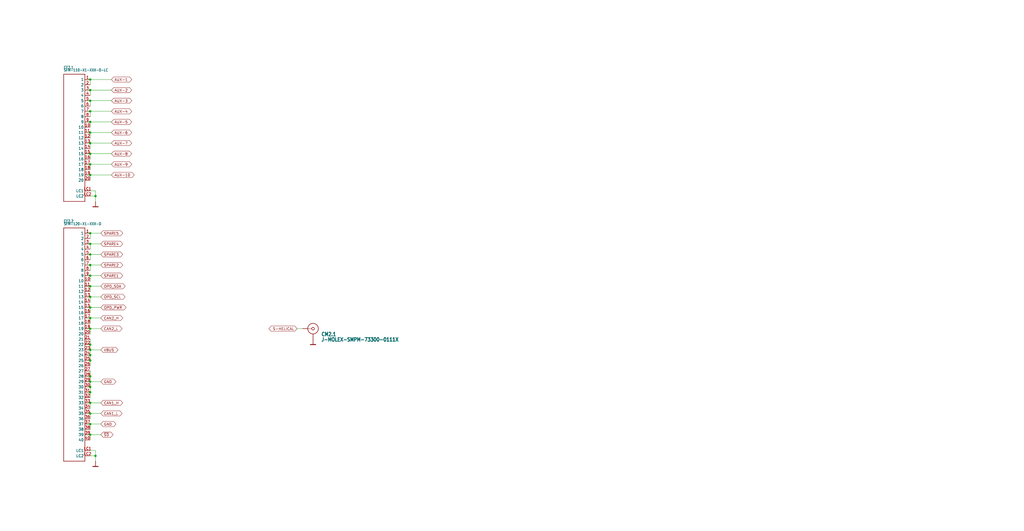
<source format=kicad_sch>
(kicad_sch (version 20211123) (generator eeschema)
  (paper "User" 490.22 254.406)
  (lib_symbols
    (symbol "oresat-backplane-2u-eagle-import:GND" (power)
      (symbol "GND_1_0"
        (polyline (pts (xy -1.27 -2.54) (xy 1.27 -2.54)) (stroke (width 0.4064)))
        (pin power_in line (at 0 0 270) (length 2.54) (name "GND") (number "1"))
      )
    )
    (symbol "oresat-backplane-2u-eagle-import:SFM-110-X1-XXX-D-LC"
      (property "Reference" "CF" (at -2.54 33.02 0))
      (property "Value" "SFM-110-X1-XXX-D-LC" (at -2.54 31.75 0))
      (symbol "SFM-110-X1-XXX-D-LC_1_0"
        (polyline (pts (xy -2.54 -30.48) (xy -2.54 30.48)) (stroke (width 0.254)))
        (polyline (pts (xy -2.54 30.48) (xy 7.62 30.48)) (stroke (width 0.254)))
        (polyline (pts (xy 7.62 -30.48) (xy -2.54 -30.48)) (stroke (width 0.254)))
        (polyline (pts (xy 7.62 30.48) (xy 7.62 -30.48)) (stroke (width 0.254)))
        (pin passive line (at 10.16 27.94 180) (length 2.54) (name "1") (number "1"))
        (pin passive line (at 10.16 5.08 180) (length 2.54) (name "10") (number "10"))
        (pin passive line (at 10.16 2.54 180) (length 2.54) (name "11") (number "11"))
        (pin passive line (at 10.16 0 180) (length 2.54) (name "12") (number "12"))
        (pin passive line (at 10.16 -2.54 180) (length 2.54) (name "13") (number "13"))
        (pin passive line (at 10.16 -5.08 180) (length 2.54) (name "14") (number "14"))
        (pin passive line (at 10.16 -7.62 180) (length 2.54) (name "15") (number "15"))
        (pin passive line (at 10.16 -10.16 180) (length 2.54) (name "16") (number "16"))
        (pin passive line (at 10.16 -12.7 180) (length 2.54) (name "17") (number "17"))
        (pin passive line (at 10.16 -15.24 180) (length 2.54) (name "18") (number "18"))
        (pin passive line (at 10.16 -17.78 180) (length 2.54) (name "19") (number "19"))
        (pin passive line (at 10.16 25.4 180) (length 2.54) (name "2") (number "2"))
        (pin passive line (at 10.16 -20.32 180) (length 2.54) (name "20") (number "20"))
        (pin passive line (at 10.16 22.86 180) (length 2.54) (name "3") (number "3"))
        (pin passive line (at 10.16 20.32 180) (length 2.54) (name "4") (number "4"))
        (pin passive line (at 10.16 17.78 180) (length 2.54) (name "5") (number "5"))
        (pin passive line (at 10.16 15.24 180) (length 2.54) (name "6") (number "6"))
        (pin passive line (at 10.16 12.7 180) (length 2.54) (name "7") (number "7"))
        (pin passive line (at 10.16 10.16 180) (length 2.54) (name "8") (number "8"))
        (pin passive line (at 10.16 7.62 180) (length 2.54) (name "9") (number "9"))
        (pin passive line (at 10.16 -25.4 180) (length 2.54) (name "LC1") (number "LC1"))
        (pin passive line (at 10.16 -27.94 180) (length 2.54) (name "LC2") (number "LC2"))
      )
    )
    (symbol "oresat-backplane-2u-eagle-import:SFM-120-X1-XXX-D"
      (property "Reference" "J" (at -2.54 50.8 0))
      (property "Value" "SFM-120-X1-XXX-D" (at -2.54 49.53 0))
      (symbol "SFM-120-X1-XXX-D_1_0"
        (polyline (pts (xy -2.54 -63.5) (xy -2.54 48.26)) (stroke (width 0.254)))
        (polyline (pts (xy -2.54 48.26) (xy 7.62 48.26)) (stroke (width 0.254)))
        (polyline (pts (xy 7.62 -63.5) (xy -2.54 -63.5)) (stroke (width 0.254)))
        (polyline (pts (xy 7.62 48.26) (xy 7.62 -63.5)) (stroke (width 0.254)))
        (pin passive line (at 10.16 45.72 180) (length 2.54) (name "1") (number "1"))
        (pin passive line (at 10.16 22.86 180) (length 2.54) (name "10") (number "10"))
        (pin passive line (at 10.16 20.32 180) (length 2.54) (name "11") (number "11"))
        (pin passive line (at 10.16 17.78 180) (length 2.54) (name "12") (number "12"))
        (pin passive line (at 10.16 15.24 180) (length 2.54) (name "13") (number "13"))
        (pin passive line (at 10.16 12.7 180) (length 2.54) (name "14") (number "14"))
        (pin passive line (at 10.16 10.16 180) (length 2.54) (name "15") (number "15"))
        (pin passive line (at 10.16 7.62 180) (length 2.54) (name "16") (number "16"))
        (pin passive line (at 10.16 5.08 180) (length 2.54) (name "17") (number "17"))
        (pin passive line (at 10.16 2.54 180) (length 2.54) (name "18") (number "18"))
        (pin passive line (at 10.16 0 180) (length 2.54) (name "19") (number "19"))
        (pin passive line (at 10.16 43.18 180) (length 2.54) (name "2") (number "2"))
        (pin passive line (at 10.16 -2.54 180) (length 2.54) (name "20") (number "20"))
        (pin passive line (at 10.16 -5.08 180) (length 2.54) (name "21") (number "21"))
        (pin passive line (at 10.16 -7.62 180) (length 2.54) (name "22") (number "22"))
        (pin passive line (at 10.16 -10.16 180) (length 2.54) (name "23") (number "23"))
        (pin passive line (at 10.16 -12.7 180) (length 2.54) (name "24") (number "24"))
        (pin passive line (at 10.16 -15.24 180) (length 2.54) (name "25") (number "25"))
        (pin passive line (at 10.16 -17.78 180) (length 2.54) (name "26") (number "26"))
        (pin passive line (at 10.16 -20.32 180) (length 2.54) (name "27") (number "27"))
        (pin passive line (at 10.16 -22.86 180) (length 2.54) (name "28") (number "28"))
        (pin passive line (at 10.16 -25.4 180) (length 2.54) (name "29") (number "29"))
        (pin passive line (at 10.16 40.64 180) (length 2.54) (name "3") (number "3"))
        (pin passive line (at 10.16 -27.94 180) (length 2.54) (name "30") (number "30"))
        (pin passive line (at 10.16 -30.48 180) (length 2.54) (name "31") (number "31"))
        (pin passive line (at 10.16 -33.02 180) (length 2.54) (name "32") (number "32"))
        (pin passive line (at 10.16 -35.56 180) (length 2.54) (name "33") (number "33"))
        (pin passive line (at 10.16 -38.1 180) (length 2.54) (name "34") (number "34"))
        (pin passive line (at 10.16 -40.64 180) (length 2.54) (name "35") (number "35"))
        (pin passive line (at 10.16 -43.18 180) (length 2.54) (name "36") (number "36"))
        (pin passive line (at 10.16 -45.72 180) (length 2.54) (name "37") (number "37"))
        (pin passive line (at 10.16 -48.26 180) (length 2.54) (name "38") (number "38"))
        (pin passive line (at 10.16 -50.8 180) (length 2.54) (name "39") (number "39"))
        (pin passive line (at 10.16 38.1 180) (length 2.54) (name "4") (number "4"))
        (pin passive line (at 10.16 -53.34 180) (length 2.54) (name "40") (number "40"))
        (pin passive line (at 10.16 35.56 180) (length 2.54) (name "5") (number "5"))
        (pin passive line (at 10.16 33.02 180) (length 2.54) (name "6") (number "6"))
        (pin passive line (at 10.16 30.48 180) (length 2.54) (name "7") (number "7"))
        (pin passive line (at 10.16 27.94 180) (length 2.54) (name "8") (number "8"))
        (pin passive line (at 10.16 25.4 180) (length 2.54) (name "9") (number "9"))
        (pin passive line (at 10.16 -58.42 180) (length 2.54) (name "LC1") (number "LC1"))
        (pin passive line (at 10.16 -60.96 180) (length 2.54) (name "LC2") (number "LC2"))
      )
    )
    (symbol "oresat-symbols:J-MOLEX-SMPM-73300-0111X_1"
      (property "Reference" "CM2.2" (at 3.81 -3.81 0))
      (property "Value" "J-MOLEX-SMPM-73300-0111X_1" (at 3.81 -6.35 0))
      (symbol "J-MOLEX-SMPM-73300-0111X_1_1_0"
        (polyline (pts (xy -2.54 0) (xy -0.635 0)) (stroke (width 0.1524)))
        (circle (center 0 0) (radius 0.635) (stroke (width 0.254)))
        (circle (center 0 0) (radius 2.54) (stroke (width 0.254)))
        (pin passive line (at 0 -5.08 90) (length 2.54) (name "SHIELD1") (number "GND"))
        (pin passive line (at -5.08 0 0) (length 2.54) (name "RF") (number "RF-DOWN"))
      )
    )
  )
  (junction (at 43.18 170.18))
  (junction (at 43.18 53.34))
  (junction (at 43.18 68.58))
  (junction (at 43.18 63.5))
  (junction (at 43.18 203.2))
  (junction (at 43.18 111.76))
  (junction (at 43.18 116.84))
  (junction (at 43.18 73.66))
  (junction (at 43.18 185.42))
  (junction (at 43.18 83.82))
  (junction (at 43.18 152.4))
  (junction (at 43.18 127))
  (junction (at 43.18 198.12))
  (junction (at 43.18 187.96))
  (junction (at 43.18 132.08))
  (junction (at 45.72 218.44))
  (junction (at 43.18 147.32))
  (junction (at 43.18 38.1))
  (junction (at 43.18 78.74))
  (junction (at 43.18 43.18))
  (junction (at 43.18 142.24))
  (junction (at 43.18 137.16))
  (junction (at 43.18 182.88))
  (junction (at 43.18 58.42))
  (junction (at 43.18 48.26))
  (junction (at 43.18 208.28))
  (junction (at 43.18 121.92))
  (junction (at 45.72 93.98))
  (junction (at 43.18 172.72))
  (junction (at 43.18 180.34))
  (junction (at 43.18 165.1))
  (junction (at 43.18 167.64))
  (junction (at 43.18 193.04))
  (junction (at 43.18 157.48))
  (wire (pts (xy 45.72 218.44) (xy 45.72 220.98)))
  (wire (pts (xy 43.18 152.4) (xy 43.18 154.94)))
  (wire (pts (xy 43.18 53.34) (xy 53.34 53.34)))
  (wire (pts (xy 43.18 73.66) (xy 43.18 76.2)))
  (wire (pts (xy 48.26 208.28) (xy 43.18 208.28)))
  (wire (pts (xy 43.18 193.04) (xy 43.18 195.58)))
  (wire (pts (xy 48.26 198.12) (xy 43.18 198.12)))
  (wire (pts (xy 43.18 38.1) (xy 53.34 38.1)))
  (wire (pts (xy 43.18 116.84) (xy 48.26 116.84)))
  (wire (pts (xy 43.18 172.72) (xy 43.18 175.26)))
  (wire (pts (xy 43.18 208.28) (xy 43.18 210.82)))
  (wire (pts (xy 43.18 48.26) (xy 43.18 50.8)))
  (wire (pts (xy 43.18 121.92) (xy 48.26 121.92)))
  (wire (pts (xy 43.18 68.58) (xy 43.18 71.12)))
  (wire (pts (xy 43.18 111.76) (xy 43.18 114.3)))
  (wire (pts (xy 48.26 142.24) (xy 43.18 142.24)))
  (wire (pts (xy 43.18 185.42) (xy 43.18 187.96)))
  (wire (pts (xy 43.18 182.88) (xy 43.18 185.42)))
  (wire (pts (xy 43.18 38.1) (xy 43.18 40.64)))
  (wire (pts (xy 43.18 78.74) (xy 43.18 81.28)))
  (wire (pts (xy 43.18 63.5) (xy 53.34 63.5)))
  (wire (pts (xy 48.26 203.2) (xy 43.18 203.2)))
  (wire (pts (xy 43.18 167.64) (xy 43.18 170.18)))
  (wire (pts (xy 43.18 121.92) (xy 43.18 124.46)))
  (wire (pts (xy 43.18 142.24) (xy 43.18 144.78)))
  (wire (pts (xy 43.18 198.12) (xy 43.18 200.66)))
  (wire (pts (xy 43.18 160.02) (xy 43.18 157.48)))
  (wire (pts (xy 43.18 58.42) (xy 53.34 58.42)))
  (wire (pts (xy 48.26 127) (xy 43.18 127)))
  (wire (pts (xy 43.18 177.8) (xy 43.18 180.34)))
  (wire (pts (xy 43.18 111.76) (xy 48.26 111.76)))
  (wire (pts (xy 45.72 96.52) (xy 45.72 93.98)))
  (wire (pts (xy 43.18 78.74) (xy 53.34 78.74)))
  (wire (pts (xy 48.26 137.16) (xy 43.18 137.16)))
  (wire (pts (xy 43.18 48.26) (xy 53.34 48.26)))
  (wire (pts (xy 43.18 187.96) (xy 43.18 190.5)))
  (wire (pts (xy 48.26 132.08) (xy 43.18 132.08)))
  (wire (pts (xy 43.18 58.42) (xy 43.18 60.96)))
  (wire (pts (xy 43.18 170.18) (xy 43.18 172.72)))
  (wire (pts (xy 43.18 73.66) (xy 53.34 73.66)))
  (wire (pts (xy 43.18 132.08) (xy 43.18 134.62)))
  (wire (pts (xy 43.18 116.84) (xy 43.18 119.38)))
  (wire (pts (xy 48.26 182.88) (xy 43.18 182.88)))
  (wire (pts (xy 43.18 215.9) (xy 45.72 215.9)))
  (wire (pts (xy 144.78 157.48) (xy 142.24 157.48)))
  (wire (pts (xy 45.72 93.98) (xy 45.72 91.44)))
  (wire (pts (xy 43.18 63.5) (xy 43.18 66.04)))
  (wire (pts (xy 43.18 147.32) (xy 43.18 149.86)))
  (wire (pts (xy 43.18 127) (xy 43.18 129.54)))
  (wire (pts (xy 43.18 43.18) (xy 53.34 43.18)))
  (wire (pts (xy 43.18 53.34) (xy 43.18 55.88)))
  (wire (pts (xy 43.18 83.82) (xy 53.34 83.82)))
  (wire (pts (xy 43.18 203.2) (xy 43.18 205.74)))
  (wire (pts (xy 45.72 91.44) (xy 43.18 91.44)))
  (wire (pts (xy 48.26 157.48) (xy 43.18 157.48)))
  (wire (pts (xy 43.18 165.1) (xy 43.18 167.64)))
  (wire (pts (xy 43.18 139.7) (xy 43.18 137.16)))
  (wire (pts (xy 48.26 193.04) (xy 43.18 193.04)))
  (wire (pts (xy 45.72 93.98) (xy 43.18 93.98)))
  (wire (pts (xy 43.18 68.58) (xy 53.34 68.58)))
  (wire (pts (xy 48.26 147.32) (xy 43.18 147.32)))
  (wire (pts (xy 43.18 83.82) (xy 43.18 86.36)))
  (wire (pts (xy 43.18 180.34) (xy 43.18 182.88)))
  (wire (pts (xy 48.26 167.64) (xy 43.18 167.64)))
  (wire (pts (xy 48.26 152.4) (xy 43.18 152.4)))
  (wire (pts (xy 43.18 162.56) (xy 43.18 165.1)))
  (wire (pts (xy 43.18 218.44) (xy 45.72 218.44)))
  (wire (pts (xy 45.72 215.9) (xy 45.72 218.44)))
  (wire (pts (xy 43.18 43.18) (xy 43.18 45.72)))
  (global_label "SPARE3" (shape bidirectional) (at 48.26 121.92 0) (effects (font (size 1.2446 1.2446))) (property "Intersheet References" "${INTERSHEET_REFS}" (effects hide)))
  (global_label "CAN1_L" (shape bidirectional) (at 48.26 198.12 0) (effects (font (size 1.2446 1.2446))) (property "Intersheet References" "${INTERSHEET_REFS}" (effects hide)))
  (global_label "AUX-6" (shape bidirectional) (at 53.34 63.5 0) (effects (font (size 1.2446 1.2446))) (property "Intersheet References" "${INTERSHEET_REFS}" (effects hide)))
  (global_label "SPARE5" (shape bidirectional) (at 48.26 111.76 0) (effects (font (size 1.2446 1.2446))) (property "Intersheet References" "${INTERSHEET_REFS}" (effects hide)))
  (global_label "GND" (shape bidirectional) (at 48.26 203.2 0) (effects (font (size 1.2446 1.2446))) (property "Intersheet References" "${INTERSHEET_REFS}" (effects hide)))
  (global_label "AUX-5" (shape bidirectional) (at 53.34 58.42 0) (effects (font (size 1.2446 1.2446))) (property "Intersheet References" "${INTERSHEET_REFS}" (effects hide)))
  (global_label "AUX-10" (shape bidirectional) (at 53.34 83.82 0) (effects (font (size 1.2446 1.2446))) (property "Intersheet References" "${INTERSHEET_REFS}" (effects hide)))
  (global_label "GND" (shape bidirectional) (at 48.26 182.88 0) (effects (font (size 1.2446 1.2446))) (property "Intersheet References" "${INTERSHEET_REFS}" (effects hide)))
  (global_label "SPARE1" (shape bidirectional) (at 48.26 132.08 0) (effects (font (size 1.2446 1.2446))) (property "Intersheet References" "${INTERSHEET_REFS}" (effects hide)))
  (global_label "AUX-2" (shape bidirectional) (at 53.34 43.18 0) (effects (font (size 1.2446 1.2446))) (property "Intersheet References" "${INTERSHEET_REFS}" (effects hide)))
  (global_label "AUX-1" (shape bidirectional) (at 53.34 38.1 0) (effects (font (size 1.2446 1.2446))) (property "Intersheet References" "${INTERSHEET_REFS}" (effects hide)))
  (global_label "S-HELICAL" (shape bidirectional) (at 142.24 157.48 180) (effects (font (size 1.2446 1.2446))) (property "Intersheet References" "${INTERSHEET_REFS}" (effects hide)))
  (global_label "OPD_SCL" (shape bidirectional) (at 48.26 142.24 0) (effects (font (size 1.2446 1.2446))) (property "Intersheet References" "${INTERSHEET_REFS}" (effects hide)))
  (global_label "AUX-4" (shape bidirectional) (at 53.34 53.34 0) (effects (font (size 1.2446 1.2446))) (property "Intersheet References" "${INTERSHEET_REFS}" (effects hide)))
  (global_label "OPD_PWR" (shape bidirectional) (at 48.26 147.32 0) (effects (font (size 1.2446 1.2446))) (property "Intersheet References" "${INTERSHEET_REFS}" (effects hide)))
  (global_label "OPD_SDA" (shape bidirectional) (at 48.26 137.16 0) (effects (font (size 1.2446 1.2446))) (property "Intersheet References" "${INTERSHEET_REFS}" (effects hide)))
  (global_label "VBUS" (shape bidirectional) (at 48.26 167.64 0) (effects (font (size 1.2446 1.2446))) (property "Intersheet References" "${INTERSHEET_REFS}" (effects hide)))
  (global_label "CAN2_H" (shape bidirectional) (at 48.26 152.4 0) (effects (font (size 1.2446 1.2446))) (property "Intersheet References" "${INTERSHEET_REFS}" (effects hide)))
  (global_label "SPARE2" (shape bidirectional) (at 48.26 127 0) (effects (font (size 1.2446 1.2446))) (property "Intersheet References" "${INTERSHEET_REFS}" (effects hide)))
  (global_label "CAN1_H" (shape bidirectional) (at 48.26 193.04 0) (effects (font (size 1.2446 1.2446))) (property "Intersheet References" "${INTERSHEET_REFS}" (effects hide)))
  (global_label "AUX-8" (shape bidirectional) (at 53.34 73.66 0) (effects (font (size 1.2446 1.2446))) (property "Intersheet References" "${INTERSHEET_REFS}" (effects hide)))
  (global_label "~{SD}" (shape bidirectional) (at 48.26 208.28 0) (effects (font (size 1.2446 1.2446))) (property "Intersheet References" "${INTERSHEET_REFS}" (effects hide)))
  (global_label "AUX-3" (shape bidirectional) (at 53.34 48.26 0) (effects (font (size 1.2446 1.2446))) (property "Intersheet References" "${INTERSHEET_REFS}" (effects hide)))
  (global_label "SPARE4" (shape bidirectional) (at 48.26 116.84 0) (effects (font (size 1.2446 1.2446))) (property "Intersheet References" "${INTERSHEET_REFS}" (effects hide)))
  (global_label "AUX-7" (shape bidirectional) (at 53.34 68.58 0) (effects (font (size 1.2446 1.2446))) (property "Intersheet References" "${INTERSHEET_REFS}" (effects hide)))
  (global_label "AUX-9" (shape bidirectional) (at 53.34 78.74 0) (effects (font (size 1.2446 1.2446))) (property "Intersheet References" "${INTERSHEET_REFS}" (effects hide)))
  (global_label "CAN2_L" (shape bidirectional) (at 48.26 157.48 0) (effects (font (size 1.2446 1.2446))) (property "Intersheet References" "${INTERSHEET_REFS}" (effects hide)))
  (symbol (lib_id "oresat-backplane-2u-eagle-import:GND") (at 45.72 96.52 0) (unit 1)
    (property "Reference" "#GND0113" (effects hide))
    (property "Value" "GND" (effects hide))
    (property "Footprint" "oresat-backplane-2u:" (effects hide))
  )
  (symbol (lib_id "oresat-backplane-2u-eagle-import:GND") (at 45.72 220.98 0) (unit 1)
    (property "Reference" "#GND0109" (effects hide))
    (property "Value" "GND" (effects hide))
    (property "Footprint" "oresat-backplane-2u:" (effects hide))
  )
  (symbol (lib_id "oresat-backplane-2u-eagle-import:GND") (at 149.86 162.56 0) (unit 1)
    (property "Reference" "#GND012" (effects hide))
    (property "Value" "GND" (effects hide))
    (property "Footprint" "oresat-backplane-2u:" (effects hide))
  )
  (symbol (lib_id "oresat-backplane-2u-eagle-import:SFM-120-X1-XXX-D") (at 33.02 157.48 0) (unit 1)
    (property "Reference" "CF2.2" (at 30.48 106.68 0) (effects (font (size 1.27 1.0795)) (justify left bottom)))
    (property "Value" "SFM-120-X1-XXX-D" (at 30.48 107.95 0) (effects (font (size 1.27 1.0795)) (justify left bottom)))
    (property "Footprint" "oresat-backplane-2u:SFM-120-X1-XXX-D" (effects hide))
  )
  (symbol (lib_id "oresat-symbols:J-MOLEX-SMPM-73300-0111X_1") (at 149.86 157.48 0) (unit 1)
    (property "Reference" "CM2.1" (at 153.67 161.29 0) (effects (font (size 1.778 1.5113) bold) (justify left bottom)))
    (property "Value" "J-MOLEX-SMPM-73300-0111X" (at 153.67 163.83 0) (effects (font (size 1.778 1.5113) bold) (justify left bottom)))
    (property "Footprint" "oresat-footprints:J-MOLEX-SMPM-73300-0111X-long" (effects hide))
  )
  (symbol (lib_id "oresat-backplane-2u-eagle-import:SFM-110-X1-XXX-D-LC") (at 33.02 66.04 0) (unit 1)
    (property "Reference" "CF2.1" (at 30.48 33.02 0) (effects (font (size 1.27 1.0795)) (justify left bottom)))
    (property "Value" "SFM-110-X1-XXX-D-LC" (at 30.48 34.29 0) (effects (font (size 1.27 1.0795)) (justify left bottom)))
    (property "Footprint" "oresat-backplane-2u:SFM-110-X1-XXX-D-LC" (effects hide))
  )
)
</source>
